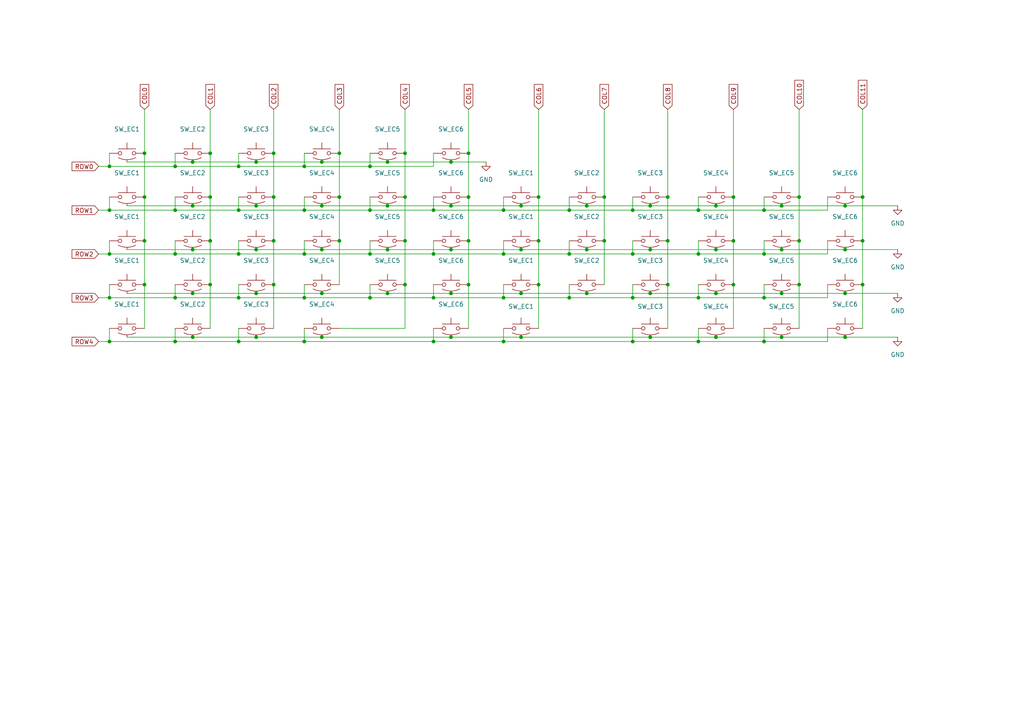
<source format=kicad_sch>
(kicad_sch (version 20230121) (generator eeschema)
  (paper "A4")
  (lib_symbols
    (symbol "cipulot_parts:Topre" (pin_numbers hide) (pin_names (offset 1.016) hide)
      (property "Reference" "SW_EC" (at -3.175 6.858 0))
      (property "Value" "Topre" (at -0.127 4.572 0))
      (symbol "Topre_0_1"
        (arc (start -2.54 -1.27) (mid 0 -1.8696) (end 2.54 -1.27))
        (circle (center -2.032 0) (radius 0.508))
        (polyline (pts (xy 0 1.27) (xy 0 3.048)))
        (polyline (pts (xy 2.54 1.27) (xy -2.54 1.27)))
        (circle (center 2.032 0) (radius 0.508))
        (pin input line (at -5.08 0 0) (length 2.54) (name "1") (number "1"))
        (pin output line (at 5.08 0 180) (length 2.54) (name "2") (number "2"))
      )
      (symbol "Topre_1_1"
        (pin power_in line (at 0 -2.54 90) (length 0.6096) (name "3") (number "3"))
      )
    )
    (symbol "power:GND" (power) (pin_names (offset 0))
      (property "Value" "GND" (at 0 -3.81 0))
      (symbol "GND_0_1"
        (polyline (pts (xy 0 0) (xy 0 -1.27) (xy 1.27 -1.27) (xy 0 -2.54) (xy -1.27 -1.27) (xy 0 -1.27)))
      )
      (symbol "GND_1_1"
        (pin power_in line (at 0 0 270) (length 0) hide (name "GND") (number "1"))
      )
    )
  )
  (junction (at 226.695 59.69))
  (junction (at 41.91 82.55))
  (junction (at 93.345 59.69))
  (junction (at 146.05 99.06))
  (junction (at 130.81 97.79))
  (junction (at 31.75 99.06))
  (junction (at 226.695 85.09))
  (junction (at 231.775 82.55))
  (junction (at 188.595 97.79))
  (junction (at 188.595 59.69))
  (junction (at 55.88 97.79))
  (junction (at 50.8 99.06))
  (junction (at 183.515 60.96))
  (junction (at 170.18 72.39))
  (junction (at 193.675 69.85))
  (junction (at 107.315 73.66))
  (junction (at 226.695 97.79))
  (junction (at 207.645 59.69))
  (junction (at 250.19 57.15))
  (junction (at 231.775 57.15))
  (junction (at 156.21 57.15))
  (junction (at 112.395 85.09))
  (junction (at 69.215 73.66))
  (junction (at 151.13 97.79))
  (junction (at 165.1 73.66))
  (junction (at 207.645 97.79))
  (junction (at 31.75 73.66))
  (junction (at 231.775 69.85))
  (junction (at 125.73 60.96))
  (junction (at 112.395 72.39))
  (junction (at 79.375 44.45))
  (junction (at 135.89 44.45))
  (junction (at 125.73 86.36))
  (junction (at 50.8 86.36))
  (junction (at 88.265 73.66))
  (junction (at 112.395 59.69))
  (junction (at 117.475 44.45))
  (junction (at 170.18 85.09))
  (junction (at 130.81 72.39))
  (junction (at 74.295 72.39))
  (junction (at 212.725 82.55))
  (junction (at 31.75 48.26))
  (junction (at 226.695 72.39))
  (junction (at 117.475 69.85))
  (junction (at 79.375 82.55))
  (junction (at 55.88 72.39))
  (junction (at 170.18 59.69))
  (junction (at 74.295 46.99))
  (junction (at 188.595 85.09))
  (junction (at 156.21 69.85))
  (junction (at 55.88 46.99))
  (junction (at 250.19 82.55))
  (junction (at 60.96 82.55))
  (junction (at 221.615 73.66))
  (junction (at 245.11 85.09))
  (junction (at 245.11 59.69))
  (junction (at 221.615 86.36))
  (junction (at 88.265 99.06))
  (junction (at 183.515 99.06))
  (junction (at 41.91 69.85))
  (junction (at 50.8 73.66))
  (junction (at 183.515 73.66))
  (junction (at 202.565 99.06))
  (junction (at 135.89 69.85))
  (junction (at 156.21 82.55))
  (junction (at 55.88 85.09))
  (junction (at 151.13 59.69))
  (junction (at 165.1 60.96))
  (junction (at 188.595 72.39))
  (junction (at 60.96 69.85))
  (junction (at 202.565 60.96))
  (junction (at 93.345 46.99))
  (junction (at 55.88 59.69))
  (junction (at 146.05 73.66))
  (junction (at 60.96 57.15))
  (junction (at 88.265 86.36))
  (junction (at 245.11 72.39))
  (junction (at 74.295 59.69))
  (junction (at 207.645 85.09))
  (junction (at 93.345 97.79))
  (junction (at 146.05 86.36))
  (junction (at 93.345 72.39))
  (junction (at 135.89 82.55))
  (junction (at 135.89 57.15))
  (junction (at 41.91 44.45))
  (junction (at 221.615 99.06))
  (junction (at 31.75 86.36))
  (junction (at 98.425 69.85))
  (junction (at 69.215 48.26))
  (junction (at 31.75 60.96))
  (junction (at 193.675 57.15))
  (junction (at 117.475 82.55))
  (junction (at 202.565 73.66))
  (junction (at 79.375 57.15))
  (junction (at 212.725 57.15))
  (junction (at 165.1 86.36))
  (junction (at 69.215 60.96))
  (junction (at 88.265 48.26))
  (junction (at 74.295 97.79))
  (junction (at 107.315 48.26))
  (junction (at 41.91 57.15))
  (junction (at 130.81 59.69))
  (junction (at 193.675 82.55))
  (junction (at 250.19 69.85))
  (junction (at 117.475 57.15))
  (junction (at 107.315 60.96))
  (junction (at 175.26 69.85))
  (junction (at 93.345 85.09))
  (junction (at 74.295 85.09))
  (junction (at 175.26 57.15))
  (junction (at 69.215 99.06))
  (junction (at 107.315 86.36))
  (junction (at 60.96 44.45))
  (junction (at 50.8 48.26))
  (junction (at 146.05 60.96))
  (junction (at 98.425 57.15))
  (junction (at 125.73 73.66))
  (junction (at 79.375 69.85))
  (junction (at 202.565 86.36))
  (junction (at 130.81 46.99))
  (junction (at 88.265 60.96))
  (junction (at 207.645 72.39))
  (junction (at 50.8 60.96))
  (junction (at 112.395 46.99))
  (junction (at 69.215 86.36))
  (junction (at 98.425 44.45))
  (junction (at 212.725 69.85))
  (junction (at 125.73 99.06))
  (junction (at 245.11 97.79))
  (junction (at 130.81 85.09))
  (junction (at 221.615 60.96))
  (junction (at 151.13 72.39))
  (junction (at 151.13 85.09))
  (junction (at 183.515 86.36))
  (wire (pts (xy 188.595 59.69) (xy 207.645 59.69)))
  (wire (pts (xy 240.03 57.15) (xy 240.03 60.96)))
  (wire (pts (xy 117.475 31.75) (xy 117.475 44.45)))
  (wire (pts (xy 125.73 95.25) (xy 125.73 99.06)))
  (wire (pts (xy 207.645 85.09) (xy 226.695 85.09)))
  (wire (pts (xy 130.81 59.69) (xy 151.13 59.69)))
  (wire (pts (xy 170.18 59.69) (xy 188.595 59.69)))
  (wire (pts (xy 175.26 57.15) (xy 175.26 69.85)))
  (wire (pts (xy 226.695 97.79) (xy 245.11 97.79)))
  (wire (pts (xy 88.265 57.15) (xy 88.265 60.96)))
  (wire (pts (xy 175.26 69.85) (xy 175.26 82.55)))
  (wire (pts (xy 156.21 69.85) (xy 156.21 82.55)))
  (wire (pts (xy 50.8 69.85) (xy 50.8 73.66)))
  (wire (pts (xy 193.675 69.85) (xy 193.675 82.55)))
  (wire (pts (xy 55.88 46.99) (xy 74.295 46.99)))
  (wire (pts (xy 183.515 99.06) (xy 202.565 99.06)))
  (wire (pts (xy 240.03 82.55) (xy 240.03 86.36)))
  (wire (pts (xy 88.265 44.45) (xy 88.265 48.26)))
  (wire (pts (xy 146.05 69.85) (xy 146.05 73.66)))
  (wire (pts (xy 146.05 99.06) (xy 183.515 99.06)))
  (wire (pts (xy 156.21 31.75) (xy 156.21 57.15)))
  (wire (pts (xy 36.83 85.09) (xy 55.88 85.09)))
  (wire (pts (xy 125.73 86.36) (xy 146.05 86.36)))
  (wire (pts (xy 69.215 95.25) (xy 69.215 99.06)))
  (wire (pts (xy 125.73 69.85) (xy 125.73 73.66)))
  (wire (pts (xy 28.575 99.06) (xy 31.75 99.06)))
  (wire (pts (xy 98.425 31.75) (xy 98.425 44.45)))
  (wire (pts (xy 74.295 46.99) (xy 93.345 46.99)))
  (wire (pts (xy 183.515 60.96) (xy 202.565 60.96)))
  (wire (pts (xy 221.615 69.85) (xy 221.615 73.66)))
  (wire (pts (xy 112.395 72.39) (xy 130.81 72.39)))
  (wire (pts (xy 93.345 46.99) (xy 112.395 46.99)))
  (wire (pts (xy 93.345 59.69) (xy 112.395 59.69)))
  (wire (pts (xy 183.515 57.15) (xy 183.515 60.96)))
  (wire (pts (xy 245.11 59.69) (xy 260.35 59.69)))
  (wire (pts (xy 212.725 69.85) (xy 212.725 82.55)))
  (wire (pts (xy 193.675 57.15) (xy 193.675 69.85)))
  (wire (pts (xy 117.475 57.15) (xy 117.475 69.85)))
  (wire (pts (xy 31.75 48.26) (xy 50.8 48.26)))
  (wire (pts (xy 69.215 60.96) (xy 88.265 60.96)))
  (wire (pts (xy 207.645 97.79) (xy 226.695 97.79)))
  (wire (pts (xy 69.215 44.45) (xy 69.215 48.26)))
  (wire (pts (xy 250.19 31.75) (xy 250.19 57.15)))
  (wire (pts (xy 135.89 57.15) (xy 135.89 69.85)))
  (wire (pts (xy 165.1 57.15) (xy 165.1 60.96)))
  (wire (pts (xy 60.96 44.45) (xy 60.96 57.15)))
  (wire (pts (xy 151.13 72.39) (xy 170.18 72.39)))
  (wire (pts (xy 69.215 82.55) (xy 69.215 86.36)))
  (wire (pts (xy 202.565 86.36) (xy 221.615 86.36)))
  (wire (pts (xy 117.475 44.45) (xy 117.475 57.15)))
  (wire (pts (xy 202.565 69.85) (xy 202.565 73.66)))
  (wire (pts (xy 69.215 73.66) (xy 88.265 73.66)))
  (wire (pts (xy 74.295 72.39) (xy 93.345 72.39)))
  (wire (pts (xy 88.265 82.55) (xy 88.265 86.36)))
  (wire (pts (xy 88.265 99.06) (xy 125.73 99.06)))
  (wire (pts (xy 212.725 31.75) (xy 212.725 57.15)))
  (wire (pts (xy 188.595 85.09) (xy 207.645 85.09)))
  (wire (pts (xy 221.615 57.15) (xy 221.615 60.96)))
  (wire (pts (xy 156.21 82.55) (xy 156.21 95.25)))
  (wire (pts (xy 146.05 60.96) (xy 165.1 60.96)))
  (wire (pts (xy 221.615 95.25) (xy 221.615 99.06)))
  (wire (pts (xy 221.615 86.36) (xy 240.03 86.36)))
  (wire (pts (xy 79.375 44.45) (xy 79.375 57.15)))
  (wire (pts (xy 125.73 60.96) (xy 146.05 60.96)))
  (wire (pts (xy 165.1 86.36) (xy 183.515 86.36)))
  (wire (pts (xy 28.575 73.66) (xy 31.75 73.66)))
  (wire (pts (xy 112.395 59.69) (xy 130.81 59.69)))
  (wire (pts (xy 31.75 60.96) (xy 50.8 60.96)))
  (wire (pts (xy 125.73 57.15) (xy 125.73 60.96)))
  (wire (pts (xy 207.645 72.39) (xy 226.695 72.39)))
  (wire (pts (xy 88.265 73.66) (xy 107.315 73.66)))
  (wire (pts (xy 36.83 97.79) (xy 55.88 97.79)))
  (wire (pts (xy 107.315 73.66) (xy 125.73 73.66)))
  (wire (pts (xy 50.8 57.15) (xy 50.8 60.96)))
  (wire (pts (xy 60.96 69.85) (xy 60.96 82.55)))
  (wire (pts (xy 31.75 73.66) (xy 50.8 73.66)))
  (wire (pts (xy 50.8 44.45) (xy 50.8 48.26)))
  (wire (pts (xy 60.96 31.75) (xy 60.96 44.45)))
  (wire (pts (xy 250.19 69.85) (xy 250.19 82.55)))
  (wire (pts (xy 146.05 86.36) (xy 165.1 86.36)))
  (wire (pts (xy 202.565 95.25) (xy 202.565 99.06)))
  (wire (pts (xy 107.315 44.45) (xy 107.315 48.26)))
  (wire (pts (xy 50.8 60.96) (xy 69.215 60.96)))
  (wire (pts (xy 245.11 72.39) (xy 260.35 72.39)))
  (wire (pts (xy 130.81 46.99) (xy 140.97 46.99)))
  (wire (pts (xy 88.265 48.26) (xy 107.315 48.26)))
  (wire (pts (xy 88.265 69.85) (xy 88.265 73.66)))
  (wire (pts (xy 135.89 31.75) (xy 135.89 44.45)))
  (wire (pts (xy 74.295 97.79) (xy 93.345 97.79)))
  (wire (pts (xy 183.515 95.25) (xy 183.515 99.06)))
  (wire (pts (xy 221.615 82.55) (xy 221.615 86.36)))
  (wire (pts (xy 245.11 97.79) (xy 260.35 97.79)))
  (wire (pts (xy 250.19 57.15) (xy 250.19 69.85)))
  (wire (pts (xy 107.315 60.96) (xy 125.73 60.96)))
  (wire (pts (xy 31.75 57.15) (xy 31.75 60.96)))
  (wire (pts (xy 125.73 82.55) (xy 125.73 86.36)))
  (wire (pts (xy 36.83 72.39) (xy 55.88 72.39)))
  (wire (pts (xy 31.75 86.36) (xy 50.8 86.36)))
  (wire (pts (xy 60.96 57.15) (xy 60.96 69.85)))
  (wire (pts (xy 183.515 86.36) (xy 202.565 86.36)))
  (wire (pts (xy 107.315 48.26) (xy 125.73 48.26)))
  (wire (pts (xy 69.215 48.26) (xy 88.265 48.26)))
  (wire (pts (xy 170.18 85.09) (xy 188.595 85.09)))
  (wire (pts (xy 74.295 85.09) (xy 93.345 85.09)))
  (wire (pts (xy 41.91 44.45) (xy 41.91 57.15)))
  (wire (pts (xy 74.295 59.69) (xy 93.345 59.69)))
  (wire (pts (xy 202.565 60.96) (xy 221.615 60.96)))
  (wire (pts (xy 240.03 95.25) (xy 240.03 99.06)))
  (wire (pts (xy 146.05 73.66) (xy 165.1 73.66)))
  (wire (pts (xy 212.725 82.55) (xy 212.725 95.25)))
  (wire (pts (xy 151.13 59.69) (xy 170.18 59.69)))
  (wire (pts (xy 165.1 73.66) (xy 183.515 73.66)))
  (wire (pts (xy 146.05 95.25) (xy 146.05 99.06)))
  (wire (pts (xy 112.395 46.99) (xy 130.81 46.99)))
  (wire (pts (xy 183.515 73.66) (xy 202.565 73.66)))
  (wire (pts (xy 31.75 69.85) (xy 31.75 73.66)))
  (wire (pts (xy 36.83 46.99) (xy 55.88 46.99)))
  (wire (pts (xy 88.265 60.96) (xy 107.315 60.96)))
  (wire (pts (xy 188.595 97.79) (xy 207.645 97.79)))
  (wire (pts (xy 135.89 44.45) (xy 135.89 57.15)))
  (wire (pts (xy 107.315 82.55) (xy 107.315 86.36)))
  (wire (pts (xy 146.05 82.55) (xy 146.05 86.36)))
  (wire (pts (xy 231.775 69.85) (xy 231.775 82.55)))
  (wire (pts (xy 156.21 57.15) (xy 156.21 69.85)))
  (wire (pts (xy 125.73 73.66) (xy 146.05 73.66)))
  (wire (pts (xy 165.1 60.96) (xy 183.515 60.96)))
  (wire (pts (xy 207.645 59.69) (xy 226.695 59.69)))
  (wire (pts (xy 125.73 44.45) (xy 125.73 48.26)))
  (wire (pts (xy 50.8 99.06) (xy 69.215 99.06)))
  (wire (pts (xy 245.11 85.09) (xy 260.35 85.09)))
  (wire (pts (xy 130.81 72.39) (xy 151.13 72.39)))
  (wire (pts (xy 41.91 31.75) (xy 41.91 44.45)))
  (wire (pts (xy 55.88 97.79) (xy 74.295 97.79)))
  (wire (pts (xy 170.18 72.39) (xy 188.595 72.39)))
  (wire (pts (xy 79.375 69.85) (xy 79.375 82.55)))
  (wire (pts (xy 221.615 60.96) (xy 240.03 60.96)))
  (wire (pts (xy 50.8 86.36) (xy 69.215 86.36)))
  (wire (pts (xy 193.675 31.75) (xy 193.675 57.15)))
  (wire (pts (xy 55.88 59.69) (xy 74.295 59.69)))
  (wire (pts (xy 226.695 85.09) (xy 245.11 85.09)))
  (wire (pts (xy 183.515 82.55) (xy 183.515 86.36)))
  (wire (pts (xy 79.375 31.75) (xy 79.375 44.45)))
  (wire (pts (xy 221.615 99.06) (xy 240.03 99.06)))
  (wire (pts (xy 69.215 99.06) (xy 88.265 99.06)))
  (wire (pts (xy 36.83 59.69) (xy 55.88 59.69)))
  (wire (pts (xy 221.615 73.66) (xy 240.03 73.66)))
  (wire (pts (xy 117.475 82.55) (xy 117.475 95.25)))
  (wire (pts (xy 107.315 57.15) (xy 107.315 60.96)))
  (wire (pts (xy 98.425 44.45) (xy 98.425 57.15)))
  (wire (pts (xy 55.88 72.39) (xy 74.295 72.39)))
  (wire (pts (xy 98.425 69.85) (xy 98.425 82.55)))
  (wire (pts (xy 79.375 82.55) (xy 79.375 95.25)))
  (wire (pts (xy 146.05 57.15) (xy 146.05 60.96)))
  (wire (pts (xy 202.565 73.66) (xy 221.615 73.66)))
  (wire (pts (xy 28.575 48.26) (xy 31.75 48.26)))
  (wire (pts (xy 50.8 95.25) (xy 50.8 99.06)))
  (wire (pts (xy 31.75 95.25) (xy 31.75 99.06)))
  (wire (pts (xy 93.345 72.39) (xy 112.395 72.39)))
  (wire (pts (xy 69.215 57.15) (xy 69.215 60.96)))
  (wire (pts (xy 135.89 82.55) (xy 135.89 95.25)))
  (wire (pts (xy 226.695 72.39) (xy 245.11 72.39)))
  (wire (pts (xy 50.8 48.26) (xy 69.215 48.26)))
  (wire (pts (xy 202.565 57.15) (xy 202.565 60.96)))
  (wire (pts (xy 112.395 85.09) (xy 130.81 85.09)))
  (wire (pts (xy 130.81 85.09) (xy 151.13 85.09)))
  (wire (pts (xy 117.475 69.85) (xy 117.475 82.55)))
  (wire (pts (xy 107.315 69.85) (xy 107.315 73.66)))
  (wire (pts (xy 69.215 86.36) (xy 88.265 86.36)))
  (wire (pts (xy 165.1 69.85) (xy 165.1 73.66)))
  (wire (pts (xy 31.75 44.45) (xy 31.75 48.26)))
  (wire (pts (xy 107.315 86.36) (xy 125.73 86.36)))
  (wire (pts (xy 79.375 57.15) (xy 79.375 69.85)))
  (wire (pts (xy 212.725 57.15) (xy 212.725 69.85)))
  (wire (pts (xy 88.265 86.36) (xy 107.315 86.36)))
  (wire (pts (xy 28.575 86.36) (xy 31.75 86.36)))
  (wire (pts (xy 231.775 82.55) (xy 231.775 95.25)))
  (wire (pts (xy 165.1 82.55) (xy 165.1 86.36)))
  (wire (pts (xy 226.695 59.69) (xy 245.11 59.69)))
  (wire (pts (xy 41.91 82.55) (xy 41.91 95.25)))
  (wire (pts (xy 175.26 31.75) (xy 175.26 57.15)))
  (wire (pts (xy 31.75 99.06) (xy 50.8 99.06)))
  (wire (pts (xy 231.775 31.75) (xy 231.775 57.15)))
  (wire (pts (xy 130.81 97.79) (xy 151.13 97.79)))
  (wire (pts (xy 135.89 69.85) (xy 135.89 82.55)))
  (wire (pts (xy 93.345 97.79) (xy 130.81 97.79)))
  (wire (pts (xy 60.96 82.55) (xy 60.96 95.25)))
  (wire (pts (xy 55.88 85.09) (xy 74.295 85.09)))
  (wire (pts (xy 151.13 97.79) (xy 188.595 97.79)))
  (wire (pts (xy 188.595 72.39) (xy 207.645 72.39)))
  (wire (pts (xy 88.265 95.25) (xy 88.265 99.06)))
  (wire (pts (xy 69.215 69.85) (xy 69.215 73.66)))
  (wire (pts (xy 125.73 99.06) (xy 146.05 99.06)))
  (wire (pts (xy 50.8 73.66) (xy 69.215 73.66)))
  (wire (pts (xy 41.91 57.15) (xy 41.91 69.85)))
  (wire (pts (xy 41.91 69.85) (xy 41.91 82.55)))
  (wire (pts (xy 202.565 82.55) (xy 202.565 86.36)))
  (wire (pts (xy 98.425 95.25) (xy 117.475 95.25)))
  (wire (pts (xy 151.13 85.09) (xy 170.18 85.09)))
  (wire (pts (xy 28.575 60.96) (xy 31.75 60.96)))
  (wire (pts (xy 240.03 69.85) (xy 240.03 73.66)))
  (wire (pts (xy 193.675 82.55) (xy 193.675 95.25)))
  (wire (pts (xy 202.565 99.06) (xy 221.615 99.06)))
  (wire (pts (xy 183.515 69.85) (xy 183.515 73.66)))
  (wire (pts (xy 31.75 82.55) (xy 31.75 86.36)))
  (wire (pts (xy 50.8 82.55) (xy 50.8 86.36)))
  (wire (pts (xy 93.345 85.09) (xy 112.395 85.09)))
  (wire (pts (xy 231.775 57.15) (xy 231.775 69.85)))
  (wire (pts (xy 98.425 57.15) (xy 98.425 69.85)))
  (wire (pts (xy 250.19 82.55) (xy 250.19 95.25)))
  (global_label "ROW0" (shape input) (at 28.575 48.26 180) (property "Intersheetrefs" "${INTERSHEET_REFS}" (effects hide)))
  (global_label "COL8" (shape input) (at 193.675 31.75 90) (property "Intersheetrefs" "${INTERSHEET_REFS}" (effects hide)))
  (global_label "ROW1" (shape input) (at 28.575 60.96 180) (property "Intersheetrefs" "${INTERSHEET_REFS}" (effects hide)))
  (global_label "COL4" (shape input) (at 117.475 31.75 90) (property "Intersheetrefs" "${INTERSHEET_REFS}" (effects hide)))
  (global_label "COL10" (shape input) (at 231.775 31.75 90) (property "Intersheetrefs" "${INTERSHEET_REFS}" (effects hide)))
  (global_label "COL2" (shape input) (at 79.375 31.75 90) (property "Intersheetrefs" "${INTERSHEET_REFS}" (effects hide)))
  (global_label "COL9" (shape input) (at 212.725 31.75 90) (property "Intersheetrefs" "${INTERSHEET_REFS}" (effects hide)))
  (global_label "COL11" (shape input) (at 250.19 31.75 90) (property "Intersheetrefs" "${INTERSHEET_REFS}" (effects hide)))
  (global_label "COL6" (shape input) (at 156.21 31.75 90) (property "Intersheetrefs" "${INTERSHEET_REFS}" (effects hide)))
  (global_label "ROW3" (shape input) (at 28.575 86.36 180) (property "Intersheetrefs" "${INTERSHEET_REFS}" (effects hide)))
  (global_label "COL7" (shape input) (at 175.26 31.75 90) (property "Intersheetrefs" "${INTERSHEET_REFS}" (effects hide)))
  (global_label "ROW4" (shape input) (at 28.575 99.06 180) (property "Intersheetrefs" "${INTERSHEET_REFS}" (effects hide)))
  (global_label "COL1" (shape input) (at 60.96 31.75 90) (property "Intersheetrefs" "${INTERSHEET_REFS}" (effects hide)))
  (global_label "ROW2" (shape input) (at 28.575 73.66 180) (property "Intersheetrefs" "${INTERSHEET_REFS}" (effects hide)))
  (global_label "COL0" (shape input) (at 41.91 31.75 90) (property "Intersheetrefs" "${INTERSHEET_REFS}" (effects hide)))
  (global_label "COL5" (shape input) (at 135.89 31.75 90) (property "Intersheetrefs" "${INTERSHEET_REFS}" (effects hide)))
  (global_label "COL3" (shape input) (at 98.425 31.75 90) (property "Intersheetrefs" "${INTERSHEET_REFS}" (effects hide)))
  (symbol (lib_id "cipulot_parts:Topre") (at 93.345 69.85 0) (unit 1)
    (property "Reference" "SW_EC4" (at 93.345 62.865 0))
    (property "Value" "Topre" (effects hide))
    (property "Footprint" "cipulot_parts:ecs_pad_1U_no_ring" (effects hide))
    (instances (project "the-nicholas-van" (path "" (reference "SW_EC4") (unit 1)) (path "" (reference "SW_EC22") (unit 1))))
  )
  (symbol (lib_id "cipulot_parts:Topre") (at 112.395 57.15 0) (unit 1)
    (property "Reference" "SW_EC5" (at 112.395 50.165 0))
    (property "Value" "Topre" (effects hide))
    (property "Footprint" "cipulot_parts:ecs_pad_1U_no_ring" (effects hide))
    (instances (project "the-nicholas-van" (path "" (reference "SW_EC5") (unit 1)) (path "" (reference "SW_EC11") (unit 1))))
  )
  (symbol (lib_id "cipulot_parts:Topre") (at 188.595 69.85 0) (unit 1)
    (property "Reference" "SW_EC3" (at 188.595 62.865 0))
    (property "Value" "Topre" (effects hide))
    (property "Footprint" "cipulot_parts:ecs_pad_1U_no_ring" (effects hide))
    (instances (project "the-nicholas-van" (path "" (reference "SW_EC3") (unit 1)) (path "" (reference "SW_EC27") (unit 1))))
  )
  (symbol (lib_id "cipulot_parts:Topre") (at 130.81 57.15 0) (unit 1)
    (property "Reference" "SW_EC6" (at 130.81 50.165 0))
    (property "Value" "Topre" (effects hide))
    (property "Footprint" "cipulot_parts:ecs_pad_1U_no_ring" (effects hide))
    (instances (project "the-nicholas-van" (path "" (reference "SW_EC6") (unit 1)) (path "" (reference "SW_EC12") (unit 1))))
  )
  (symbol (lib_id "cipulot_parts:Topre") (at 36.83 69.85 0) (unit 1)
    (property "Reference" "SW_EC1" (at 36.83 62.865 0))
    (property "Value" "Topre" (effects hide))
    (property "Footprint" "cipulot_parts:ecs_pad_1U_no_ring" (effects hide))
    (instances (project "the-nicholas-van" (path "" (reference "SW_EC1") (unit 1)) (path "" (reference "SW_EC19") (unit 1))))
  )
  (symbol (lib_id "cipulot_parts:Topre") (at 170.18 69.85 0) (unit 1)
    (property "Reference" "SW_EC2" (at 170.18 62.865 0))
    (property "Value" "Topre" (effects hide))
    (property "Footprint" "cipulot_parts:ecs_pad_1U_no_ring" (effects hide))
    (instances (project "the-nicholas-van" (path "" (reference "SW_EC2") (unit 1)) (path "" (reference "SW_EC26") (unit 1))))
  )
  (symbol (lib_id "cipulot_parts:Topre") (at 130.81 82.55 0) (unit 1)
    (property "Reference" "SW_EC6" (at 130.81 75.565 0))
    (property "Value" "Topre" (effects hide))
    (property "Footprint" "cipulot_parts:ecs_pad_1U_no_ring" (effects hide))
    (instances (project "the-nicholas-van" (path "" (reference "SW_EC6") (unit 1)) (path "" (reference "SW_EC36") (unit 1))))
  )
  (symbol (lib_id "power:GND") (at 260.35 85.09 0) (unit 1)
    (property "Reference" "#PWR02" (effects hide))
    (property "Value" "GND" (at 260.35 90.17 0))
  )
  (symbol (lib_id "cipulot_parts:Topre") (at 226.695 82.55 0) (unit 1)
    (property "Reference" "SW_EC5" (at 226.695 75.565 0))
    (property "Value" "Topre" (effects hide))
    (property "Footprint" "cipulot_parts:ecs_pad_1U_no_ring" (effects hide))
    (instances (project "the-nicholas-van" (path "" (reference "SW_EC5") (unit 1)) (path "" (reference "SW_EC41") (unit 1))))
  )
  (symbol (lib_id "cipulot_parts:Topre") (at 170.18 57.15 0) (unit 1)
    (property "Reference" "SW_EC2" (at 170.18 50.165 0))
    (property "Value" "Topre" (effects hide))
    (property "Footprint" "cipulot_parts:ecs_pad_1U_no_ring" (effects hide))
    (instances (project "the-nicholas-van" (path "" (reference "SW_EC2") (unit 1)) (path "" (reference "SW_EC14") (unit 1))))
  )
  (symbol (lib_id "power:GND") (at 260.35 59.69 0) (unit 1)
    (property "Reference" "#PWR04" (effects hide))
    (property "Value" "GND" (at 260.35 64.77 0))
  )
  (symbol (lib_id "cipulot_parts:Topre") (at 188.595 95.25 0) (unit 1)
    (property "Reference" "SW_EC3" (at 188.595 88.9 0))
    (property "Value" "Topre" (effects hide))
    (property "Footprint" "cipulot_parts:ecs_pad_1U_no_ring" (effects hide))
    (instances (project "the-nicholas-van" (path "" (reference "SW_EC3") (unit 1)) (path "" (reference "SW_EC49") (unit 1))))
  )
  (symbol (lib_id "cipulot_parts:Topre") (at 74.295 82.55 0) (unit 1)
    (property "Reference" "SW_EC3" (at 74.295 75.565 0))
    (property "Value" "Topre" (effects hide))
    (property "Footprint" "cipulot_parts:ecs_pad_1U_no_ring" (effects hide))
    (instances (project "the-nicholas-van" (path "" (reference "SW_EC3") (unit 1)) (path "" (reference "SW_EC33") (unit 1))))
  )
  (symbol (lib_id "cipulot_parts:Topre") (at 151.13 95.25 0) (unit 1)
    (property "Reference" "SW_EC1" (at 151.13 88.9 0))
    (property "Value" "Topre" (effects hide))
    (property "Footprint" "cipulot_parts:ecs_pad_1U_no_ring" (effects hide))
    (instances (project "the-nicholas-van" (path "" (reference "SW_EC1") (unit 1)) (path "" (reference "SW_EC48") (unit 1))))
  )
  (symbol (lib_id "cipulot_parts:Topre") (at 74.295 44.45 0) (unit 1)
    (property "Reference" "SW_EC3" (at 74.295 37.465 0))
    (property "Value" "Topre" (effects hide))
    (property "Footprint" "cipulot_parts:ecs_pad_1U_no_ring" (effects hide))
  )
  (symbol (lib_id "cipulot_parts:Topre") (at 55.88 69.85 0) (unit 1)
    (property "Reference" "SW_EC2" (at 55.88 62.865 0))
    (property "Value" "Topre" (effects hide))
    (property "Footprint" "cipulot_parts:ecs_pad_1U_no_ring" (effects hide))
    (instances (project "the-nicholas-van" (path "" (reference "SW_EC2") (unit 1)) (path "" (reference "SW_EC20") (unit 1))))
  )
  (symbol (lib_id "cipulot_parts:Topre") (at 36.83 95.25 0) (unit 1)
    (property "Reference" "SW_EC1" (at 36.83 88.265 0))
    (property "Value" "Topre" (effects hide))
    (property "Footprint" "cipulot_parts:ecs_pad_1U_no_ring" (effects hide))
    (instances (project "the-nicholas-van" (path "" (reference "SW_EC1") (unit 1)) (path "" (reference "SW_EC43") (unit 1))))
  )
  (symbol (lib_id "cipulot_parts:Topre") (at 112.395 82.55 0) (unit 1)
    (property "Reference" "SW_EC5" (at 112.395 75.565 0))
    (property "Value" "Topre" (effects hide))
    (property "Footprint" "cipulot_parts:ecs_pad_1U_no_ring" (effects hide))
    (instances (project "the-nicholas-van" (path "" (reference "SW_EC5") (unit 1)) (path "" (reference "SW_EC35") (unit 1))))
  )
  (symbol (lib_id "power:GND") (at 260.35 97.79 0) (unit 1)
    (property "Reference" "#PWR01" (effects hide))
    (property "Value" "GND" (at 260.35 102.87 0))
  )
  (symbol (lib_id "cipulot_parts:Topre") (at 245.11 82.55 0) (unit 1)
    (property "Reference" "SW_EC6" (at 245.11 75.565 0))
    (property "Value" "Topre" (effects hide))
    (property "Footprint" "cipulot_parts:ecs_pad_1U_no_ring" (effects hide))
    (instances (project "the-nicholas-van" (path "" (reference "SW_EC6") (unit 1)) (path "" (reference "SW_EC42") (unit 1))))
  )
  (symbol (lib_id "cipulot_parts:Topre") (at 55.88 44.45 0) (unit 1)
    (property "Reference" "SW_EC2" (at 55.88 37.465 0))
    (property "Value" "Topre" (effects hide))
    (property "Footprint" "cipulot_parts:ecs_pad_1U_no_ring" (effects hide))
  )
  (symbol (lib_id "cipulot_parts:Topre") (at 207.645 69.85 0) (unit 1)
    (property "Reference" "SW_EC4" (at 207.645 62.865 0))
    (property "Value" "Topre" (effects hide))
    (property "Footprint" "cipulot_parts:ecs_pad_1U_no_ring" (effects hide))
    (instances (project "the-nicholas-van" (path "" (reference "SW_EC4") (unit 1)) (path "" (reference "SW_EC28") (unit 1))))
  )
  (symbol (lib_id "cipulot_parts:Topre") (at 151.13 57.15 0) (unit 1)
    (property "Reference" "SW_EC1" (at 151.13 50.165 0))
    (property "Value" "Topre" (effects hide))
    (property "Footprint" "cipulot_parts:ecs_pad_1U_no_ring" (effects hide))
    (instances (project "the-nicholas-van" (path "" (reference "SW_EC1") (unit 1)) (path "" (reference "SW_EC13") (unit 1))))
  )
  (symbol (lib_id "power:GND") (at 260.35 72.39 0) (unit 1)
    (property "Reference" "#PWR03" (effects hide))
    (property "Value" "GND" (at 260.35 77.47 0))
  )
  (symbol (lib_id "cipulot_parts:Topre") (at 55.88 82.55 0) (unit 1)
    (property "Reference" "SW_EC2" (at 55.88 75.565 0))
    (property "Value" "Topre" (effects hide))
    (property "Footprint" "cipulot_parts:ecs_pad_1U_no_ring" (effects hide))
    (instances (project "the-nicholas-van" (path "" (reference "SW_EC2") (unit 1)) (path "" (reference "SW_EC32") (unit 1))))
  )
  (symbol (lib_id "cipulot_parts:Topre") (at 93.345 95.25 0) (unit 1)
    (property "Reference" "SW_EC4" (at 93.345 88.265 0))
    (property "Value" "Topre" (effects hide))
    (property "Footprint" "cipulot_parts:ecs_pad_1U_no_ring" (effects hide))
    (instances (project "the-nicholas-van" (path "" (reference "SW_EC4") (unit 1)) (path "" (reference "SW_EC46") (unit 1))))
  )
  (symbol (lib_id "cipulot_parts:Topre") (at 226.695 95.25 0) (unit 1)
    (property "Reference" "SW_EC5" (at 226.695 88.9 0))
    (property "Value" "Topre" (effects hide))
    (property "Footprint" "cipulot_parts:ecs_pad_1U_no_ring" (effects hide))
    (instances (project "the-nicholas-van" (path "" (reference "SW_EC5") (unit 1)) (path "" (reference "SW_EC51") (unit 1))))
  )
  (symbol (lib_id "cipulot_parts:Topre") (at 36.83 44.45 0) (unit 1)
    (property "Reference" "SW_EC1" (at 36.83 37.465 0))
    (property "Value" "Topre" (effects hide))
    (property "Footprint" "cipulot_parts:ecs_pad_1U_no_ring" (effects hide))
  )
  (symbol (lib_id "cipulot_parts:Topre") (at 93.345 44.45 0) (unit 1)
    (property "Reference" "SW_EC4" (at 93.345 37.465 0))
    (property "Value" "Topre" (effects hide))
    (property "Footprint" "cipulot_parts:ecs_pad_1U_no_ring" (effects hide))
  )
  (symbol (lib_id "cipulot_parts:Topre") (at 130.81 44.45 0) (unit 1)
    (property "Reference" "SW_EC6" (at 130.81 37.465 0))
    (property "Value" "Topre" (effects hide))
    (property "Footprint" "cipulot_parts:ecs_pad_1U_no_ring" (effects hide))
  )
  (symbol (lib_id "cipulot_parts:Topre") (at 130.81 69.85 0) (unit 1)
    (property "Reference" "SW_EC6" (at 130.81 62.865 0))
    (property "Value" "Topre" (effects hide))
    (property "Footprint" "cipulot_parts:ecs_pad_1U_no_ring" (effects hide))
    (instances (project "the-nicholas-van" (path "" (reference "SW_EC6") (unit 1)) (path "" (reference "SW_EC24") (unit 1))))
  )
  (symbol (lib_id "cipulot_parts:Topre") (at 93.345 57.15 0) (unit 1)
    (property "Reference" "SW_EC4" (at 93.345 50.165 0))
    (property "Value" "Topre" (effects hide))
    (property "Footprint" "cipulot_parts:ecs_pad_1U_no_ring" (effects hide))
    (instances (project "the-nicholas-van" (path "" (reference "SW_EC4") (unit 1)) (path "" (reference "SW_EC10") (unit 1))))
  )
  (symbol (lib_id "cipulot_parts:Topre") (at 36.83 57.15 0) (unit 1)
    (property "Reference" "SW_EC1" (at 36.83 50.165 0))
    (property "Value" "Topre" (effects hide))
    (property "Footprint" "cipulot_parts:ecs_pad_1U_no_ring" (effects hide))
    (instances (project "the-nicholas-van" (path "" (reference "SW_EC1") (unit 1)) (path "" (reference "SW_EC7") (unit 1))))
  )
  (symbol (lib_id "cipulot_parts:Topre") (at 74.295 69.85 0) (unit 1)
    (property "Reference" "SW_EC3" (at 74.295 62.865 0))
    (property "Value" "Topre" (effects hide))
    (property "Footprint" "cipulot_parts:ecs_pad_1U_no_ring" (effects hide))
    (instances (project "the-nicholas-van" (path "" (reference "SW_EC3") (unit 1)) (path "" (reference "SW_EC21") (unit 1))))
  )
  (symbol (lib_id "cipulot_parts:Topre") (at 188.595 82.55 0) (unit 1)
    (property "Reference" "SW_EC3" (at 188.595 75.565 0))
    (property "Value" "Topre" (effects hide))
    (property "Footprint" "cipulot_parts:ecs_pad_1U_no_ring" (effects hide))
    (instances (project "the-nicholas-van" (path "" (reference "SW_EC3") (unit 1)) (path "" (reference "SW_EC39") (unit 1))))
  )
  (symbol (lib_id "cipulot_parts:Topre") (at 245.11 57.15 0) (unit 1)
    (property "Reference" "SW_EC6" (at 245.11 50.165 0))
    (property "Value" "Topre" (effects hide))
    (property "Footprint" "cipulot_parts:ecs_pad_1U_no_ring" (effects hide))
    (instances (project "the-nicholas-van" (path "" (reference "SW_EC6") (unit 1)) (path "" (reference "SW_EC18") (unit 1))))
  )
  (symbol (lib_id "cipulot_parts:Topre") (at 226.695 69.85 0) (unit 1)
    (property "Reference" "SW_EC5" (at 226.695 62.865 0))
    (property "Value" "Topre" (effects hide))
    (property "Footprint" "cipulot_parts:ecs_pad_1U_no_ring" (effects hide))
    (instances (project "the-nicholas-van" (path "" (reference "SW_EC5") (unit 1)) (path "" (reference "SW_EC29") (unit 1))))
  )
  (symbol (lib_id "cipulot_parts:Topre") (at 93.345 82.55 0) (unit 1)
    (property "Reference" "SW_EC4" (at 93.345 75.565 0))
    (property "Value" "Topre" (effects hide))
    (property "Footprint" "cipulot_parts:ecs_pad_1U_no_ring" (effects hide))
    (instances (project "the-nicholas-van" (path "" (reference "SW_EC4") (unit 1)) (path "" (reference "SW_EC34") (unit 1))))
  )
  (symbol (lib_id "cipulot_parts:Topre") (at 245.11 69.85 0) (unit 1)
    (property "Reference" "SW_EC6" (at 245.11 62.865 0))
    (property "Value" "Topre" (effects hide))
    (property "Footprint" "cipulot_parts:ecs_pad_1U_no_ring" (effects hide))
    (instances (project "the-nicholas-van" (path "" (reference "SW_EC6") (unit 1)) (path "" (reference "SW_EC30") (unit 1))))
  )
  (symbol (lib_id "cipulot_parts:Topre") (at 55.88 57.15 0) (unit 1)
    (property "Reference" "SW_EC2" (at 55.88 50.165 0))
    (property "Value" "Topre" (effects hide))
    (property "Footprint" "cipulot_parts:ecs_pad_1U_no_ring" (effects hide))
    (instances (project "the-nicholas-van" (path "" (reference "SW_EC2") (unit 1)) (path "" (reference "SW_EC8") (unit 1))))
  )
  (symbol (lib_id "cipulot_parts:Topre") (at 130.81 95.25 0) (unit 1)
    (property "Reference" "SW_EC6" (at 130.81 88.265 0))
    (property "Value" "Topre" (effects hide))
    (property "Footprint" "cipulot_parts:ecs_pad_1U_no_ring" (effects hide))
    (instances (project "the-nicholas-van" (path "" (reference "SW_EC6") (unit 1)) (path "" (reference "SW_EC47") (unit 1))))
  )
  (symbol (lib_id "cipulot_parts:Topre") (at 207.645 57.15 0) (unit 1)
    (property "Reference" "SW_EC4" (at 207.645 50.165 0))
    (property "Value" "Topre" (effects hide))
    (property "Footprint" "cipulot_parts:ecs_pad_1U_no_ring" (effects hide))
    (instances (project "the-nicholas-van" (path "" (reference "SW_EC4") (unit 1)) (path "" (reference "SW_EC16") (unit 1))))
  )
  (symbol (lib_id "power:GND") (at 140.97 46.99 0) (unit 1)
    (property "Reference" "#PWR05" (effects hide))
    (property "Value" "GND" (at 140.97 52.07 0))
  )
  (symbol (lib_id "cipulot_parts:Topre") (at 36.83 82.55 0) (unit 1)
    (property "Reference" "SW_EC1" (at 36.83 75.565 0))
    (property "Value" "Topre" (effects hide))
    (property "Footprint" "cipulot_parts:ecs_pad_1U_no_ring" (effects hide))
    (instances (project "the-nicholas-van" (path "" (reference "SW_EC1") (unit 1)) (path "" (reference "SW_EC31") (unit 1))))
  )
  (symbol (lib_id "cipulot_parts:Topre") (at 207.645 95.25 0) (unit 1)
    (property "Reference" "SW_EC4" (at 207.645 88.9 0))
    (property "Value" "Topre" (effects hide))
    (property "Footprint" "cipulot_parts:ecs_pad_1U_no_ring" (effects hide))
    (instances (project "the-nicholas-van" (path "" (reference "SW_EC4") (unit 1)) (path "" (reference "SW_EC50") (unit 1))))
  )
  (symbol (lib_id "cipulot_parts:Topre") (at 112.395 44.45 0) (unit 1)
    (property "Reference" "SW_EC5" (at 112.395 37.465 0))
    (property "Value" "Topre" (effects hide))
    (property "Footprint" "cipulot_parts:ecs_pad_1U_no_ring" (effects hide))
  )
  (symbol (lib_id "cipulot_parts:Topre") (at 207.645 82.55 0) (unit 1)
    (property "Reference" "SW_EC4" (at 207.645 75.565 0))
    (property "Value" "Topre" (effects hide))
    (property "Footprint" "cipulot_parts:ecs_pad_1U_no_ring" (effects hide))
    (instances (project "the-nicholas-van" (path "" (reference "SW_EC4") (unit 1)) (path "" (reference "SW_EC40") (unit 1))))
  )
  (symbol (lib_id "cipulot_parts:Topre") (at 74.295 95.25 0) (unit 1)
    (property "Reference" "SW_EC3" (at 74.295 88.265 0))
    (property "Value" "Topre" (effects hide))
    (property "Footprint" "cipulot_parts:ecs_pad_1U_no_ring" (effects hide))
    (instances (project "the-nicholas-van" (path "" (reference "SW_EC3") (unit 1)) (path "" (reference "SW_EC45") (unit 1))))
  )
  (symbol (lib_id "cipulot_parts:Topre") (at 170.18 82.55 0) (unit 1)
    (property "Reference" "SW_EC2" (at 170.18 75.565 0))
    (property "Value" "Topre" (effects hide))
    (property "Footprint" "cipulot_parts:ecs_pad_1U_no_ring" (effects hide))
    (instances (project "the-nicholas-van" (path "" (reference "SW_EC2") (unit 1)) (path "" (reference "SW_EC38") (unit 1))))
  )
  (symbol (lib_id "cipulot_parts:Topre") (at 245.11 95.25 0) (unit 1)
    (property "Reference" "SW_EC6" (at 245.11 88.265 0))
    (property "Value" "Topre" (effects hide))
    (property "Footprint" "cipulot_parts:ecs_pad_1U_no_ring" (effects hide))
    (instances (project "the-nicholas-van" (path "" (reference "SW_EC6") (unit 1)) (path "" (reference "SW_EC54") (unit 1))))
  )
  (symbol (lib_id "cipulot_parts:Topre") (at 74.295 57.15 0) (unit 1)
    (property "Reference" "SW_EC3" (at 74.295 50.165 0))
    (property "Value" "Topre" (effects hide))
    (property "Footprint" "cipulot_parts:ecs_pad_1U_no_ring" (effects hide))
    (instances (project "the-nicholas-van" (path "" (reference "SW_EC3") (unit 1)) (path "" (reference "SW_EC9") (unit 1))))
  )
  (symbol (lib_id "cipulot_parts:Topre") (at 188.595 57.15 0) (unit 1)
    (property "Reference" "SW_EC3" (at 188.595 50.165 0))
    (property "Value" "Topre" (effects hide))
    (property "Footprint" "cipulot_parts:ecs_pad_1U_no_ring" (effects hide))
    (instances (project "the-nicholas-van" (path "" (reference "SW_EC3") (unit 1)) (path "" (reference "SW_EC15") (unit 1))))
  )
  (symbol (lib_id "cipulot_parts:Topre") (at 151.13 82.55 0) (unit 1)
    (property "Reference" "SW_EC1" (at 151.13 75.565 0))
    (property "Value" "Topre" (effects hide))
    (property "Footprint" "cipulot_parts:ecs_pad_1U_no_ring" (effects hide))
    (instances (project "the-nicholas-van" (path "" (reference "SW_EC1") (unit 1)) (path "" (reference "SW_EC37") (unit 1))))
  )
  (symbol (lib_id "cipulot_parts:Topre") (at 226.695 57.15 0) (unit 1)
    (property "Reference" "SW_EC5" (at 226.695 50.165 0))
    (property "Value" "Topre" (effects hide))
    (property "Footprint" "cipulot_parts:ecs_pad_1U_no_ring" (effects hide))
    (instances (project "the-nicholas-van" (path "" (reference "SW_EC5") (unit 1)) (path "" (reference "SW_EC17") (unit 1))))
  )
  (symbol (lib_id "cipulot_parts:Topre") (at 151.13 69.85 0) (unit 1)
    (property "Reference" "SW_EC1" (at 151.13 62.865 0))
    (property "Value" "Topre" (effects hide))
    (property "Footprint" "cipulot_parts:ecs_pad_1U_no_ring" (effects hide))
    (instances (project "the-nicholas-van" (path "" (reference "SW_EC1") (unit 1)) (path "" (reference "SW_EC25") (unit 1))))
  )
  (symbol (lib_id "cipulot_parts:Topre") (at 55.88 95.25 0) (unit 1)
    (property "Reference" "SW_EC2" (at 55.88 88.265 0))
    (property "Value" "Topre" (effects hide))
    (property "Footprint" "cipulot_parts:ecs_pad_1U_no_ring" (effects hide))
    (instances (project "the-nicholas-van" (path "" (reference "SW_EC2") (unit 1)) (path "" (reference "SW_EC44") (unit 1))))
  )
  (symbol (lib_id "cipulot_parts:Topre") (at 112.395 69.85 0) (unit 1)
    (property "Reference" "SW_EC5" (at 112.395 62.865 0))
    (property "Value" "Topre" (effects hide))
    (property "Footprint" "cipulot_parts:ecs_pad_1U_no_ring" (effects hide))
    (instances (project "the-nicholas-van" (path "" (reference "SW_EC5") (unit 1)) (path "" (reference "SW_EC23") (unit 1))))
  )
)
</source>
